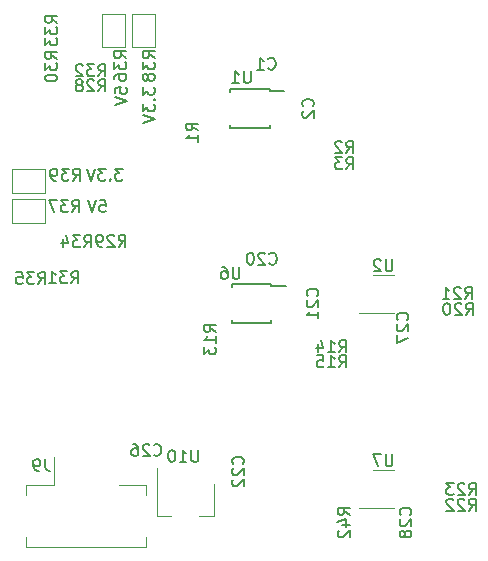
<source format=gbo>
G04 #@! TF.GenerationSoftware,KiCad,Pcbnew,(6.0.6)*
G04 #@! TF.CreationDate,2022-09-05T23:03:06+09:00*
G04 #@! TF.ProjectId,RP_MD,52505f4d-442e-46b6-9963-61645f706362,rev?*
G04 #@! TF.SameCoordinates,Original*
G04 #@! TF.FileFunction,Legend,Bot*
G04 #@! TF.FilePolarity,Positive*
%FSLAX46Y46*%
G04 Gerber Fmt 4.6, Leading zero omitted, Abs format (unit mm)*
G04 Created by KiCad (PCBNEW (6.0.6)) date 2022-09-05 23:03:06*
%MOMM*%
%LPD*%
G01*
G04 APERTURE LIST*
%ADD10C,0.150000*%
%ADD11C,0.120000*%
G04 APERTURE END LIST*
D10*
X122697690Y-68095880D02*
X122078642Y-68095880D01*
X122411976Y-68476833D01*
X122269119Y-68476833D01*
X122173880Y-68524452D01*
X122126261Y-68572071D01*
X122078642Y-68667309D01*
X122078642Y-68905404D01*
X122126261Y-69000642D01*
X122173880Y-69048261D01*
X122269119Y-69095880D01*
X122554833Y-69095880D01*
X122650071Y-69048261D01*
X122697690Y-69000642D01*
X121650071Y-69000642D02*
X121602452Y-69048261D01*
X121650071Y-69095880D01*
X121697690Y-69048261D01*
X121650071Y-69000642D01*
X121650071Y-69095880D01*
X121269119Y-68095880D02*
X120650071Y-68095880D01*
X120983404Y-68476833D01*
X120840547Y-68476833D01*
X120745309Y-68524452D01*
X120697690Y-68572071D01*
X120650071Y-68667309D01*
X120650071Y-68905404D01*
X120697690Y-69000642D01*
X120745309Y-69048261D01*
X120840547Y-69095880D01*
X121126261Y-69095880D01*
X121221500Y-69048261D01*
X121269119Y-69000642D01*
X120364357Y-68095880D02*
X120031023Y-69095880D01*
X119697690Y-68095880D01*
X120776976Y-70762880D02*
X121253166Y-70762880D01*
X121300785Y-71239071D01*
X121253166Y-71191452D01*
X121157928Y-71143833D01*
X120919833Y-71143833D01*
X120824595Y-71191452D01*
X120776976Y-71239071D01*
X120729357Y-71334309D01*
X120729357Y-71572404D01*
X120776976Y-71667642D01*
X120824595Y-71715261D01*
X120919833Y-71762880D01*
X121157928Y-71762880D01*
X121253166Y-71715261D01*
X121300785Y-71667642D01*
X120443642Y-70762880D02*
X120110309Y-71762880D01*
X119776976Y-70762880D01*
X124420380Y-61198309D02*
X124420380Y-61817357D01*
X124801333Y-61484023D01*
X124801333Y-61626880D01*
X124848952Y-61722119D01*
X124896571Y-61769738D01*
X124991809Y-61817357D01*
X125229904Y-61817357D01*
X125325142Y-61769738D01*
X125372761Y-61722119D01*
X125420380Y-61626880D01*
X125420380Y-61341166D01*
X125372761Y-61245928D01*
X125325142Y-61198309D01*
X125325142Y-62245928D02*
X125372761Y-62293547D01*
X125420380Y-62245928D01*
X125372761Y-62198309D01*
X125325142Y-62245928D01*
X125420380Y-62245928D01*
X124420380Y-62626880D02*
X124420380Y-63245928D01*
X124801333Y-62912595D01*
X124801333Y-63055452D01*
X124848952Y-63150690D01*
X124896571Y-63198309D01*
X124991809Y-63245928D01*
X125229904Y-63245928D01*
X125325142Y-63198309D01*
X125372761Y-63150690D01*
X125420380Y-63055452D01*
X125420380Y-62769738D01*
X125372761Y-62674500D01*
X125325142Y-62626880D01*
X124420380Y-63531642D02*
X125420380Y-63864976D01*
X124420380Y-64198309D01*
X122070880Y-61722023D02*
X122070880Y-61245833D01*
X122547071Y-61198214D01*
X122499452Y-61245833D01*
X122451833Y-61341071D01*
X122451833Y-61579166D01*
X122499452Y-61674404D01*
X122547071Y-61722023D01*
X122642309Y-61769642D01*
X122880404Y-61769642D01*
X122975642Y-61722023D01*
X123023261Y-61674404D01*
X123070880Y-61579166D01*
X123070880Y-61341071D01*
X123023261Y-61245833D01*
X122975642Y-61198214D01*
X122070880Y-62055357D02*
X123070880Y-62388690D01*
X122070880Y-62722023D01*
X138814142Y-62825333D02*
X138861761Y-62777714D01*
X138909380Y-62634857D01*
X138909380Y-62539619D01*
X138861761Y-62396761D01*
X138766523Y-62301523D01*
X138671285Y-62253904D01*
X138480809Y-62206285D01*
X138337952Y-62206285D01*
X138147476Y-62253904D01*
X138052238Y-62301523D01*
X137957000Y-62396761D01*
X137909380Y-62539619D01*
X137909380Y-62634857D01*
X137957000Y-62777714D01*
X138004619Y-62825333D01*
X138004619Y-63206285D02*
X137957000Y-63253904D01*
X137909380Y-63349142D01*
X137909380Y-63587238D01*
X137957000Y-63682476D01*
X138004619Y-63730095D01*
X138099857Y-63777714D01*
X138195095Y-63777714D01*
X138337952Y-63730095D01*
X138909380Y-63158666D01*
X138909380Y-63777714D01*
X135135857Y-76112642D02*
X135183476Y-76160261D01*
X135326333Y-76207880D01*
X135421571Y-76207880D01*
X135564428Y-76160261D01*
X135659666Y-76065023D01*
X135707285Y-75969785D01*
X135754904Y-75779309D01*
X135754904Y-75636452D01*
X135707285Y-75445976D01*
X135659666Y-75350738D01*
X135564428Y-75255500D01*
X135421571Y-75207880D01*
X135326333Y-75207880D01*
X135183476Y-75255500D01*
X135135857Y-75303119D01*
X134754904Y-75303119D02*
X134707285Y-75255500D01*
X134612047Y-75207880D01*
X134373952Y-75207880D01*
X134278714Y-75255500D01*
X134231095Y-75303119D01*
X134183476Y-75398357D01*
X134183476Y-75493595D01*
X134231095Y-75636452D01*
X134802523Y-76207880D01*
X134183476Y-76207880D01*
X133564428Y-75207880D02*
X133469190Y-75207880D01*
X133373952Y-75255500D01*
X133326333Y-75303119D01*
X133278714Y-75398357D01*
X133231095Y-75588833D01*
X133231095Y-75826928D01*
X133278714Y-76017404D01*
X133326333Y-76112642D01*
X133373952Y-76160261D01*
X133469190Y-76207880D01*
X133564428Y-76207880D01*
X133659666Y-76160261D01*
X133707285Y-76112642D01*
X133754904Y-76017404D01*
X133802523Y-75826928D01*
X133802523Y-75588833D01*
X133754904Y-75398357D01*
X133707285Y-75303119D01*
X133659666Y-75255500D01*
X133564428Y-75207880D01*
X139195142Y-78859142D02*
X139242761Y-78811523D01*
X139290380Y-78668666D01*
X139290380Y-78573428D01*
X139242761Y-78430571D01*
X139147523Y-78335333D01*
X139052285Y-78287714D01*
X138861809Y-78240095D01*
X138718952Y-78240095D01*
X138528476Y-78287714D01*
X138433238Y-78335333D01*
X138338000Y-78430571D01*
X138290380Y-78573428D01*
X138290380Y-78668666D01*
X138338000Y-78811523D01*
X138385619Y-78859142D01*
X138385619Y-79240095D02*
X138338000Y-79287714D01*
X138290380Y-79382952D01*
X138290380Y-79621047D01*
X138338000Y-79716285D01*
X138385619Y-79763904D01*
X138480857Y-79811523D01*
X138576095Y-79811523D01*
X138718952Y-79763904D01*
X139290380Y-79192476D01*
X139290380Y-79811523D01*
X139290380Y-80763904D02*
X139290380Y-80192476D01*
X139290380Y-80478190D02*
X138290380Y-80478190D01*
X138433238Y-80382952D01*
X138528476Y-80287714D01*
X138576095Y-80192476D01*
X129076380Y-64857333D02*
X128600190Y-64524000D01*
X129076380Y-64285904D02*
X128076380Y-64285904D01*
X128076380Y-64666857D01*
X128124000Y-64762095D01*
X128171619Y-64809714D01*
X128266857Y-64857333D01*
X128409714Y-64857333D01*
X128504952Y-64809714D01*
X128552571Y-64762095D01*
X128600190Y-64666857D01*
X128600190Y-64285904D01*
X129076380Y-65809714D02*
X129076380Y-65238285D01*
X129076380Y-65524000D02*
X128076380Y-65524000D01*
X128219238Y-65428761D01*
X128314476Y-65333523D01*
X128362095Y-65238285D01*
X141644666Y-68143380D02*
X141978000Y-67667190D01*
X142216095Y-68143380D02*
X142216095Y-67143380D01*
X141835142Y-67143380D01*
X141739904Y-67191000D01*
X141692285Y-67238619D01*
X141644666Y-67333857D01*
X141644666Y-67476714D01*
X141692285Y-67571952D01*
X141739904Y-67619571D01*
X141835142Y-67667190D01*
X142216095Y-67667190D01*
X141311333Y-67143380D02*
X140692285Y-67143380D01*
X141025619Y-67524333D01*
X140882761Y-67524333D01*
X140787523Y-67571952D01*
X140739904Y-67619571D01*
X140692285Y-67714809D01*
X140692285Y-67952904D01*
X140739904Y-68048142D01*
X140787523Y-68095761D01*
X140882761Y-68143380D01*
X141168476Y-68143380D01*
X141263714Y-68095761D01*
X141311333Y-68048142D01*
X130600380Y-81907142D02*
X130124190Y-81573809D01*
X130600380Y-81335714D02*
X129600380Y-81335714D01*
X129600380Y-81716666D01*
X129648000Y-81811904D01*
X129695619Y-81859523D01*
X129790857Y-81907142D01*
X129933714Y-81907142D01*
X130028952Y-81859523D01*
X130076571Y-81811904D01*
X130124190Y-81716666D01*
X130124190Y-81335714D01*
X130600380Y-82859523D02*
X130600380Y-82288095D01*
X130600380Y-82573809D02*
X129600380Y-82573809D01*
X129743238Y-82478571D01*
X129838476Y-82383333D01*
X129886095Y-82288095D01*
X129600380Y-83192857D02*
X129600380Y-83811904D01*
X129981333Y-83478571D01*
X129981333Y-83621428D01*
X130028952Y-83716666D01*
X130076571Y-83764285D01*
X130171809Y-83811904D01*
X130409904Y-83811904D01*
X130505142Y-83764285D01*
X130552761Y-83716666D01*
X130600380Y-83621428D01*
X130600380Y-83335714D01*
X130552761Y-83240476D01*
X130505142Y-83192857D01*
X141041357Y-83637380D02*
X141374690Y-83161190D01*
X141612785Y-83637380D02*
X141612785Y-82637380D01*
X141231833Y-82637380D01*
X141136595Y-82685000D01*
X141088976Y-82732619D01*
X141041357Y-82827857D01*
X141041357Y-82970714D01*
X141088976Y-83065952D01*
X141136595Y-83113571D01*
X141231833Y-83161190D01*
X141612785Y-83161190D01*
X140088976Y-83637380D02*
X140660404Y-83637380D01*
X140374690Y-83637380D02*
X140374690Y-82637380D01*
X140469928Y-82780238D01*
X140565166Y-82875476D01*
X140660404Y-82923095D01*
X139231833Y-82970714D02*
X139231833Y-83637380D01*
X139469928Y-82589761D02*
X139708023Y-83304047D01*
X139088976Y-83304047D01*
X151709357Y-79128880D02*
X152042690Y-78652690D01*
X152280785Y-79128880D02*
X152280785Y-78128880D01*
X151899833Y-78128880D01*
X151804595Y-78176500D01*
X151756976Y-78224119D01*
X151709357Y-78319357D01*
X151709357Y-78462214D01*
X151756976Y-78557452D01*
X151804595Y-78605071D01*
X151899833Y-78652690D01*
X152280785Y-78652690D01*
X151328404Y-78224119D02*
X151280785Y-78176500D01*
X151185547Y-78128880D01*
X150947452Y-78128880D01*
X150852214Y-78176500D01*
X150804595Y-78224119D01*
X150756976Y-78319357D01*
X150756976Y-78414595D01*
X150804595Y-78557452D01*
X151376023Y-79128880D01*
X150756976Y-79128880D01*
X149804595Y-79128880D02*
X150376023Y-79128880D01*
X150090309Y-79128880D02*
X150090309Y-78128880D01*
X150185547Y-78271738D01*
X150280785Y-78366976D01*
X150376023Y-78414595D01*
X152026857Y-97035880D02*
X152360190Y-96559690D01*
X152598285Y-97035880D02*
X152598285Y-96035880D01*
X152217333Y-96035880D01*
X152122095Y-96083500D01*
X152074476Y-96131119D01*
X152026857Y-96226357D01*
X152026857Y-96369214D01*
X152074476Y-96464452D01*
X152122095Y-96512071D01*
X152217333Y-96559690D01*
X152598285Y-96559690D01*
X151645904Y-96131119D02*
X151598285Y-96083500D01*
X151503047Y-96035880D01*
X151264952Y-96035880D01*
X151169714Y-96083500D01*
X151122095Y-96131119D01*
X151074476Y-96226357D01*
X151074476Y-96321595D01*
X151122095Y-96464452D01*
X151693523Y-97035880D01*
X151074476Y-97035880D01*
X150693523Y-96131119D02*
X150645904Y-96083500D01*
X150550666Y-96035880D01*
X150312571Y-96035880D01*
X150217333Y-96083500D01*
X150169714Y-96131119D01*
X150122095Y-96226357D01*
X150122095Y-96321595D01*
X150169714Y-96464452D01*
X150741142Y-97035880D01*
X150122095Y-97035880D01*
X152026857Y-95702380D02*
X152360190Y-95226190D01*
X152598285Y-95702380D02*
X152598285Y-94702380D01*
X152217333Y-94702380D01*
X152122095Y-94750000D01*
X152074476Y-94797619D01*
X152026857Y-94892857D01*
X152026857Y-95035714D01*
X152074476Y-95130952D01*
X152122095Y-95178571D01*
X152217333Y-95226190D01*
X152598285Y-95226190D01*
X151645904Y-94797619D02*
X151598285Y-94750000D01*
X151503047Y-94702380D01*
X151264952Y-94702380D01*
X151169714Y-94750000D01*
X151122095Y-94797619D01*
X151074476Y-94892857D01*
X151074476Y-94988095D01*
X151122095Y-95130952D01*
X151693523Y-95702380D01*
X151074476Y-95702380D01*
X150741142Y-94702380D02*
X150122095Y-94702380D01*
X150455428Y-95083333D01*
X150312571Y-95083333D01*
X150217333Y-95130952D01*
X150169714Y-95178571D01*
X150122095Y-95273809D01*
X150122095Y-95511904D01*
X150169714Y-95607142D01*
X150217333Y-95654761D01*
X150312571Y-95702380D01*
X150598285Y-95702380D01*
X150693523Y-95654761D01*
X150741142Y-95607142D01*
X145541904Y-75779380D02*
X145541904Y-76588904D01*
X145494285Y-76684142D01*
X145446666Y-76731761D01*
X145351428Y-76779380D01*
X145160952Y-76779380D01*
X145065714Y-76731761D01*
X145018095Y-76684142D01*
X144970476Y-76588904D01*
X144970476Y-75779380D01*
X144541904Y-75874619D02*
X144494285Y-75827000D01*
X144399047Y-75779380D01*
X144160952Y-75779380D01*
X144065714Y-75827000D01*
X144018095Y-75874619D01*
X143970476Y-75969857D01*
X143970476Y-76065095D01*
X144018095Y-76207952D01*
X144589523Y-76779380D01*
X143970476Y-76779380D01*
X145541904Y-92289380D02*
X145541904Y-93098904D01*
X145494285Y-93194142D01*
X145446666Y-93241761D01*
X145351428Y-93289380D01*
X145160952Y-93289380D01*
X145065714Y-93241761D01*
X145018095Y-93194142D01*
X144970476Y-93098904D01*
X144970476Y-92289380D01*
X144589523Y-92289380D02*
X143922857Y-92289380D01*
X144351428Y-93289380D01*
X141644666Y-66746380D02*
X141978000Y-66270190D01*
X142216095Y-66746380D02*
X142216095Y-65746380D01*
X141835142Y-65746380D01*
X141739904Y-65794000D01*
X141692285Y-65841619D01*
X141644666Y-65936857D01*
X141644666Y-66079714D01*
X141692285Y-66174952D01*
X141739904Y-66222571D01*
X141835142Y-66270190D01*
X142216095Y-66270190D01*
X141263714Y-65841619D02*
X141216095Y-65794000D01*
X141120857Y-65746380D01*
X140882761Y-65746380D01*
X140787523Y-65794000D01*
X140739904Y-65841619D01*
X140692285Y-65936857D01*
X140692285Y-66032095D01*
X140739904Y-66174952D01*
X141311333Y-66746380D01*
X140692285Y-66746380D01*
X151772857Y-80462380D02*
X152106190Y-79986190D01*
X152344285Y-80462380D02*
X152344285Y-79462380D01*
X151963333Y-79462380D01*
X151868095Y-79510000D01*
X151820476Y-79557619D01*
X151772857Y-79652857D01*
X151772857Y-79795714D01*
X151820476Y-79890952D01*
X151868095Y-79938571D01*
X151963333Y-79986190D01*
X152344285Y-79986190D01*
X151391904Y-79557619D02*
X151344285Y-79510000D01*
X151249047Y-79462380D01*
X151010952Y-79462380D01*
X150915714Y-79510000D01*
X150868095Y-79557619D01*
X150820476Y-79652857D01*
X150820476Y-79748095D01*
X150868095Y-79890952D01*
X151439523Y-80462380D01*
X150820476Y-80462380D01*
X150201428Y-79462380D02*
X150106190Y-79462380D01*
X150010952Y-79510000D01*
X149963333Y-79557619D01*
X149915714Y-79652857D01*
X149868095Y-79843333D01*
X149868095Y-80081428D01*
X149915714Y-80271904D01*
X149963333Y-80367142D01*
X150010952Y-80414761D01*
X150106190Y-80462380D01*
X150201428Y-80462380D01*
X150296666Y-80414761D01*
X150344285Y-80367142D01*
X150391904Y-80271904D01*
X150439523Y-80081428D01*
X150439523Y-79843333D01*
X150391904Y-79652857D01*
X150344285Y-79557619D01*
X150296666Y-79510000D01*
X150201428Y-79462380D01*
X123007380Y-58729642D02*
X122531190Y-58396309D01*
X123007380Y-58158214D02*
X122007380Y-58158214D01*
X122007380Y-58539166D01*
X122055000Y-58634404D01*
X122102619Y-58682023D01*
X122197857Y-58729642D01*
X122340714Y-58729642D01*
X122435952Y-58682023D01*
X122483571Y-58634404D01*
X122531190Y-58539166D01*
X122531190Y-58158214D01*
X122007380Y-59062976D02*
X122007380Y-59682023D01*
X122388333Y-59348690D01*
X122388333Y-59491547D01*
X122435952Y-59586785D01*
X122483571Y-59634404D01*
X122578809Y-59682023D01*
X122816904Y-59682023D01*
X122912142Y-59634404D01*
X122959761Y-59586785D01*
X123007380Y-59491547D01*
X123007380Y-59205833D01*
X122959761Y-59110595D01*
X122912142Y-59062976D01*
X122007380Y-60539166D02*
X122007380Y-60348690D01*
X122055000Y-60253452D01*
X122102619Y-60205833D01*
X122245476Y-60110595D01*
X122435952Y-60062976D01*
X122816904Y-60062976D01*
X122912142Y-60110595D01*
X122959761Y-60158214D01*
X123007380Y-60253452D01*
X123007380Y-60443928D01*
X122959761Y-60539166D01*
X122912142Y-60586785D01*
X122816904Y-60634404D01*
X122578809Y-60634404D01*
X122483571Y-60586785D01*
X122435952Y-60539166D01*
X122388333Y-60443928D01*
X122388333Y-60253452D01*
X122435952Y-60158214D01*
X122483571Y-60110595D01*
X122578809Y-60062976D01*
X118435357Y-71762880D02*
X118768690Y-71286690D01*
X119006785Y-71762880D02*
X119006785Y-70762880D01*
X118625833Y-70762880D01*
X118530595Y-70810500D01*
X118482976Y-70858119D01*
X118435357Y-70953357D01*
X118435357Y-71096214D01*
X118482976Y-71191452D01*
X118530595Y-71239071D01*
X118625833Y-71286690D01*
X119006785Y-71286690D01*
X118102023Y-70762880D02*
X117482976Y-70762880D01*
X117816309Y-71143833D01*
X117673452Y-71143833D01*
X117578214Y-71191452D01*
X117530595Y-71239071D01*
X117482976Y-71334309D01*
X117482976Y-71572404D01*
X117530595Y-71667642D01*
X117578214Y-71715261D01*
X117673452Y-71762880D01*
X117959166Y-71762880D01*
X118054404Y-71715261D01*
X118102023Y-71667642D01*
X117149642Y-70762880D02*
X116482976Y-70762880D01*
X116911547Y-71762880D01*
X118498857Y-69095880D02*
X118832190Y-68619690D01*
X119070285Y-69095880D02*
X119070285Y-68095880D01*
X118689333Y-68095880D01*
X118594095Y-68143500D01*
X118546476Y-68191119D01*
X118498857Y-68286357D01*
X118498857Y-68429214D01*
X118546476Y-68524452D01*
X118594095Y-68572071D01*
X118689333Y-68619690D01*
X119070285Y-68619690D01*
X118165523Y-68095880D02*
X117546476Y-68095880D01*
X117879809Y-68476833D01*
X117736952Y-68476833D01*
X117641714Y-68524452D01*
X117594095Y-68572071D01*
X117546476Y-68667309D01*
X117546476Y-68905404D01*
X117594095Y-69000642D01*
X117641714Y-69048261D01*
X117736952Y-69095880D01*
X118022666Y-69095880D01*
X118117904Y-69048261D01*
X118165523Y-69000642D01*
X117070285Y-69095880D02*
X116879809Y-69095880D01*
X116784571Y-69048261D01*
X116736952Y-69000642D01*
X116641714Y-68857785D01*
X116594095Y-68667309D01*
X116594095Y-68286357D01*
X116641714Y-68191119D01*
X116689333Y-68143500D01*
X116784571Y-68095880D01*
X116975047Y-68095880D01*
X117070285Y-68143500D01*
X117117904Y-68191119D01*
X117165523Y-68286357D01*
X117165523Y-68524452D01*
X117117904Y-68619690D01*
X117070285Y-68667309D01*
X116975047Y-68714928D01*
X116784571Y-68714928D01*
X116689333Y-68667309D01*
X116641714Y-68619690D01*
X116594095Y-68524452D01*
X115577857Y-77858880D02*
X115911190Y-77382690D01*
X116149285Y-77858880D02*
X116149285Y-76858880D01*
X115768333Y-76858880D01*
X115673095Y-76906500D01*
X115625476Y-76954119D01*
X115577857Y-77049357D01*
X115577857Y-77192214D01*
X115625476Y-77287452D01*
X115673095Y-77335071D01*
X115768333Y-77382690D01*
X116149285Y-77382690D01*
X115244523Y-76858880D02*
X114625476Y-76858880D01*
X114958809Y-77239833D01*
X114815952Y-77239833D01*
X114720714Y-77287452D01*
X114673095Y-77335071D01*
X114625476Y-77430309D01*
X114625476Y-77668404D01*
X114673095Y-77763642D01*
X114720714Y-77811261D01*
X114815952Y-77858880D01*
X115101666Y-77858880D01*
X115196904Y-77811261D01*
X115244523Y-77763642D01*
X113720714Y-76858880D02*
X114196904Y-76858880D01*
X114244523Y-77335071D01*
X114196904Y-77287452D01*
X114101666Y-77239833D01*
X113863571Y-77239833D01*
X113768333Y-77287452D01*
X113720714Y-77335071D01*
X113673095Y-77430309D01*
X113673095Y-77668404D01*
X113720714Y-77763642D01*
X113768333Y-77811261D01*
X113863571Y-77858880D01*
X114101666Y-77858880D01*
X114196904Y-77811261D01*
X114244523Y-77763642D01*
X119451357Y-74747380D02*
X119784690Y-74271190D01*
X120022785Y-74747380D02*
X120022785Y-73747380D01*
X119641833Y-73747380D01*
X119546595Y-73795000D01*
X119498976Y-73842619D01*
X119451357Y-73937857D01*
X119451357Y-74080714D01*
X119498976Y-74175952D01*
X119546595Y-74223571D01*
X119641833Y-74271190D01*
X120022785Y-74271190D01*
X119118023Y-73747380D02*
X118498976Y-73747380D01*
X118832309Y-74128333D01*
X118689452Y-74128333D01*
X118594214Y-74175952D01*
X118546595Y-74223571D01*
X118498976Y-74318809D01*
X118498976Y-74556904D01*
X118546595Y-74652142D01*
X118594214Y-74699761D01*
X118689452Y-74747380D01*
X118975166Y-74747380D01*
X119070404Y-74699761D01*
X119118023Y-74652142D01*
X117641833Y-74080714D02*
X117641833Y-74747380D01*
X117879928Y-73699761D02*
X118118023Y-74414047D01*
X117498976Y-74414047D01*
X118371857Y-77795380D02*
X118705190Y-77319190D01*
X118943285Y-77795380D02*
X118943285Y-76795380D01*
X118562333Y-76795380D01*
X118467095Y-76843000D01*
X118419476Y-76890619D01*
X118371857Y-76985857D01*
X118371857Y-77128714D01*
X118419476Y-77223952D01*
X118467095Y-77271571D01*
X118562333Y-77319190D01*
X118943285Y-77319190D01*
X118038523Y-76795380D02*
X117419476Y-76795380D01*
X117752809Y-77176333D01*
X117609952Y-77176333D01*
X117514714Y-77223952D01*
X117467095Y-77271571D01*
X117419476Y-77366809D01*
X117419476Y-77604904D01*
X117467095Y-77700142D01*
X117514714Y-77747761D01*
X117609952Y-77795380D01*
X117895666Y-77795380D01*
X117990904Y-77747761D01*
X118038523Y-77700142D01*
X116467095Y-77795380D02*
X117038523Y-77795380D01*
X116752809Y-77795380D02*
X116752809Y-76795380D01*
X116848047Y-76938238D01*
X116943285Y-77033476D01*
X117038523Y-77081095D01*
X122372357Y-74683880D02*
X122705690Y-74207690D01*
X122943785Y-74683880D02*
X122943785Y-73683880D01*
X122562833Y-73683880D01*
X122467595Y-73731500D01*
X122419976Y-73779119D01*
X122372357Y-73874357D01*
X122372357Y-74017214D01*
X122419976Y-74112452D01*
X122467595Y-74160071D01*
X122562833Y-74207690D01*
X122943785Y-74207690D01*
X121991404Y-73779119D02*
X121943785Y-73731500D01*
X121848547Y-73683880D01*
X121610452Y-73683880D01*
X121515214Y-73731500D01*
X121467595Y-73779119D01*
X121419976Y-73874357D01*
X121419976Y-73969595D01*
X121467595Y-74112452D01*
X122039023Y-74683880D01*
X121419976Y-74683880D01*
X120943785Y-74683880D02*
X120753309Y-74683880D01*
X120658071Y-74636261D01*
X120610452Y-74588642D01*
X120515214Y-74445785D01*
X120467595Y-74255309D01*
X120467595Y-73874357D01*
X120515214Y-73779119D01*
X120562833Y-73731500D01*
X120658071Y-73683880D01*
X120848547Y-73683880D01*
X120943785Y-73731500D01*
X120991404Y-73779119D01*
X121039023Y-73874357D01*
X121039023Y-74112452D01*
X120991404Y-74207690D01*
X120943785Y-74255309D01*
X120848547Y-74302928D01*
X120658071Y-74302928D01*
X120562833Y-74255309D01*
X120515214Y-74207690D01*
X120467595Y-74112452D01*
X120657857Y-61539380D02*
X120991190Y-61063190D01*
X121229285Y-61539380D02*
X121229285Y-60539380D01*
X120848333Y-60539380D01*
X120753095Y-60587000D01*
X120705476Y-60634619D01*
X120657857Y-60729857D01*
X120657857Y-60872714D01*
X120705476Y-60967952D01*
X120753095Y-61015571D01*
X120848333Y-61063190D01*
X121229285Y-61063190D01*
X120276904Y-60634619D02*
X120229285Y-60587000D01*
X120134047Y-60539380D01*
X119895952Y-60539380D01*
X119800714Y-60587000D01*
X119753095Y-60634619D01*
X119705476Y-60729857D01*
X119705476Y-60825095D01*
X119753095Y-60967952D01*
X120324523Y-61539380D01*
X119705476Y-61539380D01*
X119134047Y-60967952D02*
X119229285Y-60920333D01*
X119276904Y-60872714D01*
X119324523Y-60777476D01*
X119324523Y-60729857D01*
X119276904Y-60634619D01*
X119229285Y-60587000D01*
X119134047Y-60539380D01*
X118943571Y-60539380D01*
X118848333Y-60587000D01*
X118800714Y-60634619D01*
X118753095Y-60729857D01*
X118753095Y-60777476D01*
X118800714Y-60872714D01*
X118848333Y-60920333D01*
X118943571Y-60967952D01*
X119134047Y-60967952D01*
X119229285Y-61015571D01*
X119276904Y-61063190D01*
X119324523Y-61158428D01*
X119324523Y-61348904D01*
X119276904Y-61444142D01*
X119229285Y-61491761D01*
X119134047Y-61539380D01*
X118943571Y-61539380D01*
X118848333Y-61491761D01*
X118800714Y-61444142D01*
X118753095Y-61348904D01*
X118753095Y-61158428D01*
X118800714Y-61063190D01*
X118848333Y-61015571D01*
X118943571Y-60967952D01*
X120657857Y-60269380D02*
X120991190Y-59793190D01*
X121229285Y-60269380D02*
X121229285Y-59269380D01*
X120848333Y-59269380D01*
X120753095Y-59317000D01*
X120705476Y-59364619D01*
X120657857Y-59459857D01*
X120657857Y-59602714D01*
X120705476Y-59697952D01*
X120753095Y-59745571D01*
X120848333Y-59793190D01*
X121229285Y-59793190D01*
X120324523Y-59269380D02*
X119705476Y-59269380D01*
X120038809Y-59650333D01*
X119895952Y-59650333D01*
X119800714Y-59697952D01*
X119753095Y-59745571D01*
X119705476Y-59840809D01*
X119705476Y-60078904D01*
X119753095Y-60174142D01*
X119800714Y-60221761D01*
X119895952Y-60269380D01*
X120181666Y-60269380D01*
X120276904Y-60221761D01*
X120324523Y-60174142D01*
X119324523Y-59364619D02*
X119276904Y-59317000D01*
X119181666Y-59269380D01*
X118943571Y-59269380D01*
X118848333Y-59317000D01*
X118800714Y-59364619D01*
X118753095Y-59459857D01*
X118753095Y-59555095D01*
X118800714Y-59697952D01*
X119372142Y-60269380D01*
X118753095Y-60269380D01*
X132587904Y-76414380D02*
X132587904Y-77223904D01*
X132540285Y-77319142D01*
X132492666Y-77366761D01*
X132397428Y-77414380D01*
X132206952Y-77414380D01*
X132111714Y-77366761D01*
X132064095Y-77319142D01*
X132016476Y-77223904D01*
X132016476Y-76414380D01*
X131111714Y-76414380D02*
X131302190Y-76414380D01*
X131397428Y-76462000D01*
X131445047Y-76509619D01*
X131540285Y-76652476D01*
X131587904Y-76842952D01*
X131587904Y-77223904D01*
X131540285Y-77319142D01*
X131492666Y-77366761D01*
X131397428Y-77414380D01*
X131206952Y-77414380D01*
X131111714Y-77366761D01*
X131064095Y-77319142D01*
X131016476Y-77223904D01*
X131016476Y-76985809D01*
X131064095Y-76890571D01*
X131111714Y-76842952D01*
X131206952Y-76795333D01*
X131397428Y-76795333D01*
X131492666Y-76842952D01*
X131540285Y-76890571D01*
X131587904Y-76985809D01*
X141041357Y-84907380D02*
X141374690Y-84431190D01*
X141612785Y-84907380D02*
X141612785Y-83907380D01*
X141231833Y-83907380D01*
X141136595Y-83955000D01*
X141088976Y-84002619D01*
X141041357Y-84097857D01*
X141041357Y-84240714D01*
X141088976Y-84335952D01*
X141136595Y-84383571D01*
X141231833Y-84431190D01*
X141612785Y-84431190D01*
X140088976Y-84907380D02*
X140660404Y-84907380D01*
X140374690Y-84907380D02*
X140374690Y-83907380D01*
X140469928Y-84050238D01*
X140565166Y-84145476D01*
X140660404Y-84193095D01*
X139184214Y-83907380D02*
X139660404Y-83907380D01*
X139708023Y-84383571D01*
X139660404Y-84335952D01*
X139565166Y-84288333D01*
X139327071Y-84288333D01*
X139231833Y-84335952D01*
X139184214Y-84383571D01*
X139136595Y-84478809D01*
X139136595Y-84716904D01*
X139184214Y-84812142D01*
X139231833Y-84859761D01*
X139327071Y-84907380D01*
X139565166Y-84907380D01*
X139660404Y-84859761D01*
X139708023Y-84812142D01*
X125420380Y-58729642D02*
X124944190Y-58396309D01*
X125420380Y-58158214D02*
X124420380Y-58158214D01*
X124420380Y-58539166D01*
X124468000Y-58634404D01*
X124515619Y-58682023D01*
X124610857Y-58729642D01*
X124753714Y-58729642D01*
X124848952Y-58682023D01*
X124896571Y-58634404D01*
X124944190Y-58539166D01*
X124944190Y-58158214D01*
X124420380Y-59062976D02*
X124420380Y-59682023D01*
X124801333Y-59348690D01*
X124801333Y-59491547D01*
X124848952Y-59586785D01*
X124896571Y-59634404D01*
X124991809Y-59682023D01*
X125229904Y-59682023D01*
X125325142Y-59634404D01*
X125372761Y-59586785D01*
X125420380Y-59491547D01*
X125420380Y-59205833D01*
X125372761Y-59110595D01*
X125325142Y-59062976D01*
X124848952Y-60253452D02*
X124801333Y-60158214D01*
X124753714Y-60110595D01*
X124658476Y-60062976D01*
X124610857Y-60062976D01*
X124515619Y-60110595D01*
X124468000Y-60158214D01*
X124420380Y-60253452D01*
X124420380Y-60443928D01*
X124468000Y-60539166D01*
X124515619Y-60586785D01*
X124610857Y-60634404D01*
X124658476Y-60634404D01*
X124753714Y-60586785D01*
X124801333Y-60539166D01*
X124848952Y-60443928D01*
X124848952Y-60253452D01*
X124896571Y-60158214D01*
X124944190Y-60110595D01*
X125039428Y-60062976D01*
X125229904Y-60062976D01*
X125325142Y-60110595D01*
X125372761Y-60158214D01*
X125420380Y-60253452D01*
X125420380Y-60443928D01*
X125372761Y-60539166D01*
X125325142Y-60586785D01*
X125229904Y-60634404D01*
X125039428Y-60634404D01*
X124944190Y-60586785D01*
X124896571Y-60539166D01*
X124848952Y-60443928D01*
X117165380Y-55745142D02*
X116689190Y-55411809D01*
X117165380Y-55173714D02*
X116165380Y-55173714D01*
X116165380Y-55554666D01*
X116213000Y-55649904D01*
X116260619Y-55697523D01*
X116355857Y-55745142D01*
X116498714Y-55745142D01*
X116593952Y-55697523D01*
X116641571Y-55649904D01*
X116689190Y-55554666D01*
X116689190Y-55173714D01*
X116165380Y-56078476D02*
X116165380Y-56697523D01*
X116546333Y-56364190D01*
X116546333Y-56507047D01*
X116593952Y-56602285D01*
X116641571Y-56649904D01*
X116736809Y-56697523D01*
X116974904Y-56697523D01*
X117070142Y-56649904D01*
X117117761Y-56602285D01*
X117165380Y-56507047D01*
X117165380Y-56221333D01*
X117117761Y-56126095D01*
X117070142Y-56078476D01*
X116165380Y-57030857D02*
X116165380Y-57649904D01*
X116546333Y-57316571D01*
X116546333Y-57459428D01*
X116593952Y-57554666D01*
X116641571Y-57602285D01*
X116736809Y-57649904D01*
X116974904Y-57649904D01*
X117070142Y-57602285D01*
X117117761Y-57554666D01*
X117165380Y-57459428D01*
X117165380Y-57173714D01*
X117117761Y-57078476D01*
X117070142Y-57030857D01*
X132881642Y-93083142D02*
X132929261Y-93035523D01*
X132976880Y-92892666D01*
X132976880Y-92797428D01*
X132929261Y-92654571D01*
X132834023Y-92559333D01*
X132738785Y-92511714D01*
X132548309Y-92464095D01*
X132405452Y-92464095D01*
X132214976Y-92511714D01*
X132119738Y-92559333D01*
X132024500Y-92654571D01*
X131976880Y-92797428D01*
X131976880Y-92892666D01*
X132024500Y-93035523D01*
X132072119Y-93083142D01*
X132072119Y-93464095D02*
X132024500Y-93511714D01*
X131976880Y-93606952D01*
X131976880Y-93845047D01*
X132024500Y-93940285D01*
X132072119Y-93987904D01*
X132167357Y-94035523D01*
X132262595Y-94035523D01*
X132405452Y-93987904D01*
X132976880Y-93416476D01*
X132976880Y-94035523D01*
X132072119Y-94416476D02*
X132024500Y-94464095D01*
X131976880Y-94559333D01*
X131976880Y-94797428D01*
X132024500Y-94892666D01*
X132072119Y-94940285D01*
X132167357Y-94987904D01*
X132262595Y-94987904D01*
X132405452Y-94940285D01*
X132976880Y-94368857D01*
X132976880Y-94987904D01*
X125356857Y-92305142D02*
X125404476Y-92352761D01*
X125547333Y-92400380D01*
X125642571Y-92400380D01*
X125785428Y-92352761D01*
X125880666Y-92257523D01*
X125928285Y-92162285D01*
X125975904Y-91971809D01*
X125975904Y-91828952D01*
X125928285Y-91638476D01*
X125880666Y-91543238D01*
X125785428Y-91448000D01*
X125642571Y-91400380D01*
X125547333Y-91400380D01*
X125404476Y-91448000D01*
X125356857Y-91495619D01*
X124975904Y-91495619D02*
X124928285Y-91448000D01*
X124833047Y-91400380D01*
X124594952Y-91400380D01*
X124499714Y-91448000D01*
X124452095Y-91495619D01*
X124404476Y-91590857D01*
X124404476Y-91686095D01*
X124452095Y-91828952D01*
X125023523Y-92400380D01*
X124404476Y-92400380D01*
X123547333Y-91400380D02*
X123737809Y-91400380D01*
X123833047Y-91448000D01*
X123880666Y-91495619D01*
X123975904Y-91638476D01*
X124023523Y-91828952D01*
X124023523Y-92209904D01*
X123975904Y-92305142D01*
X123928285Y-92352761D01*
X123833047Y-92400380D01*
X123642571Y-92400380D01*
X123547333Y-92352761D01*
X123499714Y-92305142D01*
X123452095Y-92209904D01*
X123452095Y-91971809D01*
X123499714Y-91876571D01*
X123547333Y-91828952D01*
X123642571Y-91781333D01*
X123833047Y-91781333D01*
X123928285Y-91828952D01*
X123975904Y-91876571D01*
X124023523Y-91971809D01*
X135040666Y-59602642D02*
X135088285Y-59650261D01*
X135231142Y-59697880D01*
X135326380Y-59697880D01*
X135469238Y-59650261D01*
X135564476Y-59555023D01*
X135612095Y-59459785D01*
X135659714Y-59269309D01*
X135659714Y-59126452D01*
X135612095Y-58935976D01*
X135564476Y-58840738D01*
X135469238Y-58745500D01*
X135326380Y-58697880D01*
X135231142Y-58697880D01*
X135088285Y-58745500D01*
X135040666Y-58793119D01*
X134088285Y-59697880D02*
X134659714Y-59697880D01*
X134374000Y-59697880D02*
X134374000Y-58697880D01*
X134469238Y-58840738D01*
X134564476Y-58935976D01*
X134659714Y-58983595D01*
X133540404Y-59844380D02*
X133540404Y-60653904D01*
X133492785Y-60749142D01*
X133445166Y-60796761D01*
X133349928Y-60844380D01*
X133159452Y-60844380D01*
X133064214Y-60796761D01*
X133016595Y-60749142D01*
X132968976Y-60653904D01*
X132968976Y-59844380D01*
X131968976Y-60844380D02*
X132540404Y-60844380D01*
X132254690Y-60844380D02*
X132254690Y-59844380D01*
X132349928Y-59987238D01*
X132445166Y-60082476D01*
X132540404Y-60130095D01*
X117138380Y-58793142D02*
X116662190Y-58459809D01*
X117138380Y-58221714D02*
X116138380Y-58221714D01*
X116138380Y-58602666D01*
X116186000Y-58697904D01*
X116233619Y-58745523D01*
X116328857Y-58793142D01*
X116471714Y-58793142D01*
X116566952Y-58745523D01*
X116614571Y-58697904D01*
X116662190Y-58602666D01*
X116662190Y-58221714D01*
X116138380Y-59126476D02*
X116138380Y-59745523D01*
X116519333Y-59412190D01*
X116519333Y-59555047D01*
X116566952Y-59650285D01*
X116614571Y-59697904D01*
X116709809Y-59745523D01*
X116947904Y-59745523D01*
X117043142Y-59697904D01*
X117090761Y-59650285D01*
X117138380Y-59555047D01*
X117138380Y-59269333D01*
X117090761Y-59174095D01*
X117043142Y-59126476D01*
X116138380Y-60364571D02*
X116138380Y-60459809D01*
X116186000Y-60555047D01*
X116233619Y-60602666D01*
X116328857Y-60650285D01*
X116519333Y-60697904D01*
X116757428Y-60697904D01*
X116947904Y-60650285D01*
X117043142Y-60602666D01*
X117090761Y-60555047D01*
X117138380Y-60459809D01*
X117138380Y-60364571D01*
X117090761Y-60269333D01*
X117043142Y-60221714D01*
X116947904Y-60174095D01*
X116757428Y-60126476D01*
X116519333Y-60126476D01*
X116328857Y-60174095D01*
X116233619Y-60221714D01*
X116186000Y-60269333D01*
X116138380Y-60364571D01*
X141930380Y-97401142D02*
X141454190Y-97067809D01*
X141930380Y-96829714D02*
X140930380Y-96829714D01*
X140930380Y-97210666D01*
X140978000Y-97305904D01*
X141025619Y-97353523D01*
X141120857Y-97401142D01*
X141263714Y-97401142D01*
X141358952Y-97353523D01*
X141406571Y-97305904D01*
X141454190Y-97210666D01*
X141454190Y-96829714D01*
X141263714Y-98258285D02*
X141930380Y-98258285D01*
X140882761Y-98020190D02*
X141597047Y-97782095D01*
X141597047Y-98401142D01*
X141025619Y-98734476D02*
X140978000Y-98782095D01*
X140930380Y-98877333D01*
X140930380Y-99115428D01*
X140978000Y-99210666D01*
X141025619Y-99258285D01*
X141120857Y-99305904D01*
X141216095Y-99305904D01*
X141358952Y-99258285D01*
X141930380Y-98686857D01*
X141930380Y-99305904D01*
X147069142Y-97401142D02*
X147116761Y-97353523D01*
X147164380Y-97210666D01*
X147164380Y-97115428D01*
X147116761Y-96972571D01*
X147021523Y-96877333D01*
X146926285Y-96829714D01*
X146735809Y-96782095D01*
X146592952Y-96782095D01*
X146402476Y-96829714D01*
X146307238Y-96877333D01*
X146212000Y-96972571D01*
X146164380Y-97115428D01*
X146164380Y-97210666D01*
X146212000Y-97353523D01*
X146259619Y-97401142D01*
X146259619Y-97782095D02*
X146212000Y-97829714D01*
X146164380Y-97924952D01*
X146164380Y-98163047D01*
X146212000Y-98258285D01*
X146259619Y-98305904D01*
X146354857Y-98353523D01*
X146450095Y-98353523D01*
X146592952Y-98305904D01*
X147164380Y-97734476D01*
X147164380Y-98353523D01*
X146592952Y-98924952D02*
X146545333Y-98829714D01*
X146497714Y-98782095D01*
X146402476Y-98734476D01*
X146354857Y-98734476D01*
X146259619Y-98782095D01*
X146212000Y-98829714D01*
X146164380Y-98924952D01*
X146164380Y-99115428D01*
X146212000Y-99210666D01*
X146259619Y-99258285D01*
X146354857Y-99305904D01*
X146402476Y-99305904D01*
X146497714Y-99258285D01*
X146545333Y-99210666D01*
X146592952Y-99115428D01*
X146592952Y-98924952D01*
X146640571Y-98829714D01*
X146688190Y-98782095D01*
X146783428Y-98734476D01*
X146973904Y-98734476D01*
X147069142Y-98782095D01*
X147116761Y-98829714D01*
X147164380Y-98924952D01*
X147164380Y-99115428D01*
X147116761Y-99210666D01*
X147069142Y-99258285D01*
X146973904Y-99305904D01*
X146783428Y-99305904D01*
X146688190Y-99258285D01*
X146640571Y-99210666D01*
X146592952Y-99115428D01*
X116157333Y-92670380D02*
X116157333Y-93384666D01*
X116204952Y-93527523D01*
X116300190Y-93622761D01*
X116443047Y-93670380D01*
X116538285Y-93670380D01*
X115633523Y-93670380D02*
X115443047Y-93670380D01*
X115347809Y-93622761D01*
X115300190Y-93575142D01*
X115204952Y-93432285D01*
X115157333Y-93241809D01*
X115157333Y-92860857D01*
X115204952Y-92765619D01*
X115252571Y-92718000D01*
X115347809Y-92670380D01*
X115538285Y-92670380D01*
X115633523Y-92718000D01*
X115681142Y-92765619D01*
X115728761Y-92860857D01*
X115728761Y-93098952D01*
X115681142Y-93194190D01*
X115633523Y-93241809D01*
X115538285Y-93289428D01*
X115347809Y-93289428D01*
X115252571Y-93241809D01*
X115204952Y-93194190D01*
X115157333Y-93098952D01*
X146815142Y-80891142D02*
X146862761Y-80843523D01*
X146910380Y-80700666D01*
X146910380Y-80605428D01*
X146862761Y-80462571D01*
X146767523Y-80367333D01*
X146672285Y-80319714D01*
X146481809Y-80272095D01*
X146338952Y-80272095D01*
X146148476Y-80319714D01*
X146053238Y-80367333D01*
X145958000Y-80462571D01*
X145910380Y-80605428D01*
X145910380Y-80700666D01*
X145958000Y-80843523D01*
X146005619Y-80891142D01*
X146005619Y-81272095D02*
X145958000Y-81319714D01*
X145910380Y-81414952D01*
X145910380Y-81653047D01*
X145958000Y-81748285D01*
X146005619Y-81795904D01*
X146100857Y-81843523D01*
X146196095Y-81843523D01*
X146338952Y-81795904D01*
X146910380Y-81224476D01*
X146910380Y-81843523D01*
X145910380Y-82176857D02*
X145910380Y-82843523D01*
X146910380Y-82414952D01*
X129105595Y-91908380D02*
X129105595Y-92717904D01*
X129057976Y-92813142D01*
X129010357Y-92860761D01*
X128915119Y-92908380D01*
X128724642Y-92908380D01*
X128629404Y-92860761D01*
X128581785Y-92813142D01*
X128534166Y-92717904D01*
X128534166Y-91908380D01*
X127534166Y-92908380D02*
X128105595Y-92908380D01*
X127819880Y-92908380D02*
X127819880Y-91908380D01*
X127915119Y-92051238D01*
X128010357Y-92146476D01*
X128105595Y-92194095D01*
X126915119Y-91908380D02*
X126819880Y-91908380D01*
X126724642Y-91956000D01*
X126677023Y-92003619D01*
X126629404Y-92098857D01*
X126581785Y-92289333D01*
X126581785Y-92527428D01*
X126629404Y-92717904D01*
X126677023Y-92813142D01*
X126724642Y-92860761D01*
X126819880Y-92908380D01*
X126915119Y-92908380D01*
X127010357Y-92860761D01*
X127057976Y-92813142D01*
X127105595Y-92717904D01*
X127153214Y-92527428D01*
X127153214Y-92289333D01*
X127105595Y-92098857D01*
X127057976Y-92003619D01*
X127010357Y-91956000D01*
X126915119Y-91908380D01*
D11*
X145680000Y-80350000D02*
X142730000Y-80350000D01*
X143880000Y-77130000D02*
X145680000Y-77130000D01*
X145680000Y-96860000D02*
X142730000Y-96860000D01*
X143880000Y-93640000D02*
X145680000Y-93640000D01*
X120920000Y-54980000D02*
X120920000Y-57780000D01*
X120920000Y-57780000D02*
X122920000Y-57780000D01*
X122920000Y-54980000D02*
X120920000Y-54980000D01*
X122920000Y-57780000D02*
X122920000Y-54980000D01*
X116170000Y-72700000D02*
X116170000Y-70700000D01*
X113370000Y-72700000D02*
X116170000Y-72700000D01*
X116170000Y-70700000D02*
X113370000Y-70700000D01*
X113370000Y-70700000D02*
X113370000Y-72700000D01*
X113370000Y-70160000D02*
X116170000Y-70160000D01*
X113370000Y-68160000D02*
X113370000Y-70160000D01*
X116170000Y-70160000D02*
X116170000Y-68160000D01*
X116170000Y-68160000D02*
X113370000Y-68160000D01*
D10*
X135279000Y-78052000D02*
X136504000Y-78052000D01*
X135279000Y-77827000D02*
X135279000Y-78052000D01*
X135279000Y-81177000D02*
X135279000Y-80877000D01*
X135279000Y-81177000D02*
X131929000Y-81177000D01*
X135279000Y-77827000D02*
X131929000Y-77827000D01*
X131929000Y-81177000D02*
X131929000Y-80877000D01*
X131929000Y-77827000D02*
X131929000Y-78127000D01*
D11*
X125460000Y-57780000D02*
X125460000Y-54980000D01*
X123460000Y-57780000D02*
X125460000Y-57780000D01*
X123460000Y-54980000D02*
X123460000Y-57780000D01*
X125460000Y-54980000D02*
X123460000Y-54980000D01*
D10*
X135152000Y-61542000D02*
X136377000Y-61542000D01*
X135152000Y-61317000D02*
X131802000Y-61317000D01*
X135152000Y-61317000D02*
X135152000Y-61542000D01*
X131802000Y-61317000D02*
X131802000Y-61617000D01*
X135152000Y-64667000D02*
X135152000Y-64367000D01*
X135152000Y-64667000D02*
X131802000Y-64667000D01*
X131802000Y-64667000D02*
X131802000Y-64367000D01*
D11*
X114549000Y-95748000D02*
X114549000Y-94898000D01*
X124719000Y-95748000D02*
X124719000Y-94898000D01*
X124719000Y-94898000D02*
X122394000Y-94898000D01*
X116874000Y-94898000D02*
X116874000Y-92508000D01*
X124719000Y-100118000D02*
X124719000Y-99268000D01*
X114549000Y-99268000D02*
X114549000Y-100118000D01*
X114549000Y-94898000D02*
X116874000Y-94898000D01*
X114549000Y-100118000D02*
X124719000Y-100118000D01*
X125616000Y-97474500D02*
X126816000Y-97474500D01*
X125616000Y-93474500D02*
X125616000Y-97474500D01*
X130416000Y-97474500D02*
X130416000Y-94774500D01*
X129216000Y-97474500D02*
X130416000Y-97474500D01*
M02*

</source>
